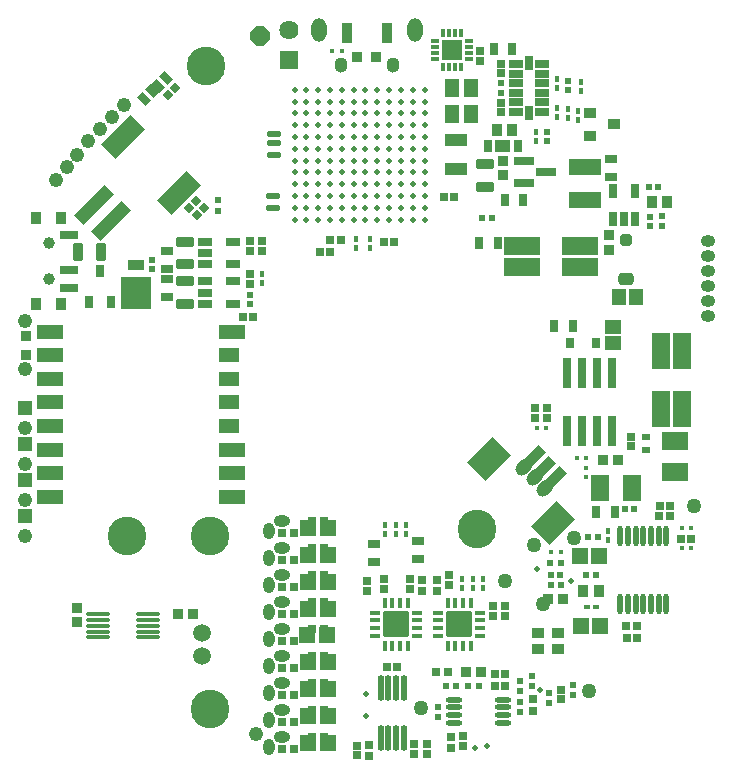
<source format=gts>
G04 Layer_Color=20142*
%FSAX24Y24*%
%MOIN*%
G70*
G01*
G75*
%ADD10O,0.0500X0.0200*%
%ADD11R,0.0295X0.0276*%
%ADD13R,0.0217X0.0217*%
%ADD14R,0.0236X0.0217*%
%ADD15C,0.0500*%
%ADD18R,0.0177X0.0197*%
%ADD20C,0.0200*%
%ADD24R,0.0177X0.0177*%
%ADD25R,0.0177X0.0177*%
%ADD27R,0.0532X0.0571*%
%ADD28R,0.0220X0.0205*%
%ADD29R,0.0217X0.0236*%
%ADD30R,0.0283X0.0299*%
%ADD33R,0.0299X0.0283*%
%ADD41R,0.0197X0.0177*%
%ADD44R,0.0197X0.0217*%
%ADD49C,0.0197*%
%ADD64R,0.0217X0.0197*%
%ADD76R,0.0709X0.0709*%
%ADD77R,0.0118X0.0297*%
%ADD78R,0.0297X0.0118*%
%ADD88R,0.0276X0.0256*%
G04:AMPARAMS|DCode=151|XSize=86.6mil|YSize=122mil|CornerRadius=0mil|HoleSize=0mil|Usage=FLASHONLY|Rotation=315.000|XOffset=0mil|YOffset=0mil|HoleType=Round|Shape=Rectangle|*
%AMROTATEDRECTD151*
4,1,4,-0.0738,-0.0125,0.0125,0.0738,0.0738,0.0125,-0.0125,-0.0738,-0.0738,-0.0125,0.0*
%
%ADD151ROTATEDRECTD151*%

%ADD152R,0.0335X0.0375*%
%ADD153O,0.0217X0.0867*%
%ADD154O,0.0572X0.0178*%
%ADD155R,0.0375X0.0414*%
%ADD156O,0.0178X0.0709*%
%ADD157R,0.0296X0.0237*%
%ADD158R,0.0276X0.0253*%
%ADD159R,0.0599X0.0879*%
%ADD160R,0.0253X0.0276*%
%ADD161R,0.0308X0.0292*%
%ADD162R,0.0292X0.0308*%
%ADD163R,0.0296X0.0276*%
%ADD164R,0.0400X0.0280*%
G04:AMPARAMS|DCode=165|XSize=15.8mil|YSize=35.5mil|CornerRadius=3.5mil|HoleSize=0mil|Usage=FLASHONLY|Rotation=90.000|XOffset=0mil|YOffset=0mil|HoleType=Round|Shape=RoundedRectangle|*
%AMROUNDEDRECTD165*
21,1,0.0158,0.0285,0,0,90.0*
21,1,0.0089,0.0355,0,0,90.0*
1,1,0.0070,0.0143,0.0044*
1,1,0.0070,0.0143,-0.0044*
1,1,0.0070,-0.0143,-0.0044*
1,1,0.0070,-0.0143,0.0044*
%
%ADD165ROUNDEDRECTD165*%
G04:AMPARAMS|DCode=166|XSize=15.8mil|YSize=35.5mil|CornerRadius=3.5mil|HoleSize=0mil|Usage=FLASHONLY|Rotation=0.000|XOffset=0mil|YOffset=0mil|HoleType=Round|Shape=RoundedRectangle|*
%AMROUNDEDRECTD166*
21,1,0.0158,0.0285,0,0,0.0*
21,1,0.0089,0.0355,0,0,0.0*
1,1,0.0070,0.0044,-0.0143*
1,1,0.0070,-0.0044,-0.0143*
1,1,0.0070,-0.0044,0.0143*
1,1,0.0070,0.0044,0.0143*
%
%ADD166ROUNDEDRECTD166*%
G04:AMPARAMS|DCode=167|XSize=86.7mil|YSize=86.7mil|CornerRadius=2.4mil|HoleSize=0mil|Usage=FLASHONLY|Rotation=0.000|XOffset=0mil|YOffset=0mil|HoleType=Round|Shape=RoundedRectangle|*
%AMROUNDEDRECTD167*
21,1,0.0867,0.0818,0,0,0.0*
21,1,0.0818,0.0867,0,0,0.0*
1,1,0.0048,0.0409,-0.0409*
1,1,0.0048,-0.0409,-0.0409*
1,1,0.0048,-0.0409,0.0409*
1,1,0.0048,0.0409,0.0409*
%
%ADD167ROUNDEDRECTD167*%
%ADD168R,0.0394X0.0375*%
%ADD169R,0.0217X0.0217*%
%ADD170R,0.0280X0.0400*%
%ADD171R,0.0394X0.0355*%
%ADD172R,0.0237X0.0237*%
%ADD173R,0.0375X0.0394*%
%ADD174R,0.0670X0.0276*%
%ADD175R,0.1103X0.0552*%
G04:AMPARAMS|DCode=176|XSize=59.1mil|YSize=31.6mil|CornerRadius=4.8mil|HoleSize=0mil|Usage=FLASHONLY|Rotation=90.000|XOffset=0mil|YOffset=0mil|HoleType=Round|Shape=RoundedRectangle|*
%AMROUNDEDRECTD176*
21,1,0.0591,0.0220,0,0,90.0*
21,1,0.0496,0.0316,0,0,90.0*
1,1,0.0095,0.0110,0.0248*
1,1,0.0095,0.0110,-0.0248*
1,1,0.0095,-0.0110,-0.0248*
1,1,0.0095,-0.0110,0.0248*
%
%ADD176ROUNDEDRECTD176*%
%ADD177R,0.0473X0.0296*%
G04:AMPARAMS|DCode=178|XSize=59.1mil|YSize=31.6mil|CornerRadius=4.8mil|HoleSize=0mil|Usage=FLASHONLY|Rotation=180.000|XOffset=0mil|YOffset=0mil|HoleType=Round|Shape=RoundedRectangle|*
%AMROUNDEDRECTD178*
21,1,0.0591,0.0220,0,0,180.0*
21,1,0.0496,0.0316,0,0,180.0*
1,1,0.0095,-0.0248,0.0110*
1,1,0.0095,0.0248,0.0110*
1,1,0.0095,0.0248,-0.0110*
1,1,0.0095,-0.0248,-0.0110*
%
%ADD178ROUNDEDRECTD178*%
%ADD179R,0.0540X0.0340*%
%ADD180R,0.1040X0.1091*%
%ADD181R,0.0316X0.0394*%
G04:AMPARAMS|DCode=182|XSize=27.6mil|YSize=25.3mil|CornerRadius=0mil|HoleSize=0mil|Usage=FLASHONLY|Rotation=315.000|XOffset=0mil|YOffset=0mil|HoleType=Round|Shape=Rectangle|*
%AMROTATEDRECTD182*
4,1,4,-0.0187,0.0008,-0.0008,0.0187,0.0187,-0.0008,0.0008,-0.0187,-0.0187,0.0008,0.0*
%
%ADD182ROTATEDRECTD182*%

G04:AMPARAMS|DCode=183|XSize=28mil|YSize=40mil|CornerRadius=0mil|HoleSize=0mil|Usage=FLASHONLY|Rotation=225.000|XOffset=0mil|YOffset=0mil|HoleType=Round|Shape=Rectangle|*
%AMROTATEDRECTD183*
4,1,4,-0.0042,0.0240,0.0240,-0.0042,0.0042,-0.0240,-0.0240,0.0042,-0.0042,0.0240,0.0*
%
%ADD183ROTATEDRECTD183*%

%ADD184R,0.0487X0.0253*%
%ADD185R,0.0253X0.0487*%
%ADD186R,0.1221X0.0591*%
%ADD187R,0.0375X0.0335*%
G04:AMPARAMS|DCode=188|XSize=39.8mil|YSize=52mil|CornerRadius=11mil|HoleSize=0mil|Usage=FLASHONLY|Rotation=270.000|XOffset=0mil|YOffset=0mil|HoleType=Round|Shape=RoundedRectangle|*
%AMROUNDEDRECTD188*
21,1,0.0398,0.0301,0,0,270.0*
21,1,0.0179,0.0520,0,0,270.0*
1,1,0.0219,-0.0151,-0.0090*
1,1,0.0219,-0.0151,0.0090*
1,1,0.0219,0.0151,0.0090*
1,1,0.0219,0.0151,-0.0090*
%
%ADD188ROUNDEDRECTD188*%
G04:AMPARAMS|DCode=189|XSize=39.8mil|YSize=39mil|CornerRadius=10.8mil|HoleSize=0mil|Usage=FLASHONLY|Rotation=270.000|XOffset=0mil|YOffset=0mil|HoleType=Round|Shape=RoundedRectangle|*
%AMROUNDEDRECTD189*
21,1,0.0398,0.0175,0,0,270.0*
21,1,0.0183,0.0390,0,0,270.0*
1,1,0.0215,-0.0088,-0.0092*
1,1,0.0215,-0.0088,0.0092*
1,1,0.0215,0.0088,0.0092*
1,1,0.0215,0.0088,-0.0092*
%
%ADD189ROUNDEDRECTD189*%
%ADD190R,0.0276X0.0473*%
%ADD191R,0.0355X0.0434*%
%ADD192R,0.0631X0.0316*%
%ADD193R,0.0316X0.1024*%
%ADD194R,0.0288X0.0367*%
%ADD195R,0.0879X0.0599*%
%ADD196R,0.0591X0.1221*%
%ADD197R,0.0572X0.0493*%
%ADD198R,0.0473X0.0572*%
%ADD199R,0.0749X0.0434*%
%ADD200R,0.0512X0.0591*%
%ADD201R,0.0355X0.0355*%
%ADD202R,0.0355X0.0709*%
%ADD203R,0.0355X0.0355*%
G04:AMPARAMS|DCode=204|XSize=137.9mil|YSize=67mil|CornerRadius=0mil|HoleSize=0mil|Usage=FLASHONLY|Rotation=45.000|XOffset=0mil|YOffset=0mil|HoleType=Round|Shape=Rectangle|*
%AMROTATEDRECTD204*
4,1,4,-0.0251,-0.0724,-0.0724,-0.0251,0.0251,0.0724,0.0724,0.0251,-0.0251,-0.0724,0.0*
%
%ADD204ROTATEDRECTD204*%

G04:AMPARAMS|DCode=205|XSize=44mil|YSize=141.8mil|CornerRadius=0mil|HoleSize=0mil|Usage=FLASHONLY|Rotation=315.000|XOffset=0mil|YOffset=0mil|HoleType=Round|Shape=Rectangle|*
%AMROTATEDRECTD205*
4,1,4,-0.0657,-0.0346,0.0346,0.0657,0.0657,0.0346,-0.0346,-0.0657,-0.0657,-0.0346,0.0*
%
%ADD205ROTATEDRECTD205*%

%ADD206R,0.0906X0.0473*%
%ADD207R,0.0690X0.0473*%
%ADD208O,0.0807X0.0138*%
G04:AMPARAMS|DCode=209|XSize=35.5mil|YSize=67mil|CornerRadius=0mil|HoleSize=0mil|Usage=FLASHONLY|Rotation=315.000|XOffset=0mil|YOffset=0mil|HoleType=Round|Shape=Rectangle|*
%AMROTATEDRECTD209*
4,1,4,-0.0362,-0.0111,0.0111,0.0362,0.0362,0.0111,-0.0111,-0.0362,-0.0362,-0.0111,0.0*
%
%ADD209ROTATEDRECTD209*%

%ADD210C,0.1290*%
%ADD211O,0.0490X0.0390*%
G04:AMPARAMS|DCode=212|XSize=44mil|YSize=64mil|CornerRadius=0mil|HoleSize=0mil|Usage=FLASHONLY|Rotation=135.000|XOffset=0mil|YOffset=0mil|HoleType=Round|Shape=Round|*
%AMOVALD212*
21,1,0.0200,0.0440,0.0000,0.0000,225.0*
1,1,0.0440,0.0071,0.0071*
1,1,0.0440,-0.0071,-0.0071*
%
%ADD212OVALD212*%

%ADD213C,0.0490*%
%ADD214C,0.0394*%
%ADD215R,0.0640X0.0640*%
%ADD216C,0.0640*%
%ADD217R,0.0490X0.0490*%
%ADD218P,0.0693X8X22.5*%
%ADD219C,0.0590*%
%ADD220O,0.0540X0.0390*%
%ADD221O,0.0390X0.0540*%
%ADD222O,0.0433X0.0512*%
%ADD223O,0.0512X0.0788*%
D10*
X026437Y038062D02*
D03*
X026413Y035996D02*
D03*
Y035603D02*
D03*
X026433Y037768D02*
D03*
Y037374D02*
D03*
D11*
X026715Y024778D02*
D03*
X027089D02*
D03*
X026715Y023878D02*
D03*
X027089D02*
D03*
X026715Y022978D02*
D03*
X027089D02*
D03*
X026715Y022078D02*
D03*
X027089D02*
D03*
X026715Y021178D02*
D03*
X027089D02*
D03*
X026715Y020278D02*
D03*
X027089D02*
D03*
X026715Y019378D02*
D03*
X027089D02*
D03*
X026715Y018478D02*
D03*
X027089D02*
D03*
X026715Y017578D02*
D03*
X027089D02*
D03*
X028291Y034528D02*
D03*
X028665D02*
D03*
D13*
X032900Y019678D02*
D03*
X033255D02*
D03*
X036005Y023778D02*
D03*
X035650D02*
D03*
D14*
X032160Y019678D02*
D03*
X032495D02*
D03*
X037248Y024630D02*
D03*
X036913D02*
D03*
X037182Y023351D02*
D03*
X036848D02*
D03*
X035995Y023028D02*
D03*
X035660D02*
D03*
D15*
X031337Y018932D02*
D03*
X036437Y024612D02*
D03*
X035387Y022412D02*
D03*
X035087Y024362D02*
D03*
X036937Y019512D02*
D03*
X040437Y025662D02*
D03*
X034137Y023162D02*
D03*
D18*
X037578Y024530D02*
D03*
Y024825D02*
D03*
X030848Y024720D02*
D03*
Y025015D02*
D03*
X030498Y024720D02*
D03*
Y025015D02*
D03*
X030148Y024720D02*
D03*
Y025015D02*
D03*
X032718Y022920D02*
D03*
Y023215D02*
D03*
X033068Y022920D02*
D03*
Y023215D02*
D03*
X033418Y022920D02*
D03*
Y023215D02*
D03*
X035874Y038935D02*
D03*
Y038639D02*
D03*
X036224Y038885D02*
D03*
Y038589D02*
D03*
X036574Y038539D02*
D03*
Y038835D02*
D03*
X036674Y039785D02*
D03*
Y039489D02*
D03*
X035874Y039885D02*
D03*
Y039589D02*
D03*
X035174Y038137D02*
D03*
Y037842D02*
D03*
X026039Y033388D02*
D03*
Y033093D02*
D03*
X029628Y034575D02*
D03*
Y034280D02*
D03*
X029178Y034575D02*
D03*
Y034280D02*
D03*
D20*
X036337Y023162D02*
D03*
X035187Y023562D02*
D03*
X035305Y019531D02*
D03*
X033537Y017662D02*
D03*
X033137Y017612D02*
D03*
X029487Y018662D02*
D03*
Y019412D02*
D03*
D24*
X036520Y027278D02*
D03*
X036835D02*
D03*
X035670Y024128D02*
D03*
X035985D02*
D03*
X040020Y024258D02*
D03*
X040335D02*
D03*
X035187Y028263D02*
D03*
X035502D02*
D03*
X028370Y040828D02*
D03*
X028685D02*
D03*
X040335Y024928D02*
D03*
X040020D02*
D03*
D25*
X036824Y026630D02*
D03*
Y026944D02*
D03*
D27*
X037278Y024008D02*
D03*
X036628D02*
D03*
X036653Y021658D02*
D03*
X037302D02*
D03*
X027578Y024928D02*
D03*
X028227D02*
D03*
X027578Y024028D02*
D03*
X028227D02*
D03*
X027578Y023128D02*
D03*
X028227D02*
D03*
X027578Y022228D02*
D03*
X028227D02*
D03*
X027550Y021355D02*
D03*
X028200D02*
D03*
X027580Y020455D02*
D03*
X028230D02*
D03*
X027580Y019555D02*
D03*
X028230D02*
D03*
X027580Y018655D02*
D03*
X028230D02*
D03*
X027580Y017755D02*
D03*
X028230D02*
D03*
D28*
X035981Y023378D02*
D03*
X035674D02*
D03*
D29*
X035588Y019435D02*
D03*
Y019100D02*
D03*
X036388Y019685D02*
D03*
Y019350D02*
D03*
X035028Y019995D02*
D03*
Y019660D02*
D03*
X034628Y018810D02*
D03*
Y019145D02*
D03*
Y019510D02*
D03*
Y019845D02*
D03*
X031907Y018624D02*
D03*
Y018959D02*
D03*
X039378Y035325D02*
D03*
Y034990D02*
D03*
D30*
X035078Y019220D02*
D03*
Y018835D02*
D03*
D33*
X032228Y020128D02*
D03*
X031842D02*
D03*
D41*
X036880Y022308D02*
D03*
X037175D02*
D03*
D44*
X036224Y039539D02*
D03*
Y039835D02*
D03*
X035524Y038135D02*
D03*
Y037839D02*
D03*
X025645Y032404D02*
D03*
Y032699D02*
D03*
X022378Y033875D02*
D03*
Y033580D02*
D03*
X038978Y035010D02*
D03*
Y035305D02*
D03*
D49*
X027122Y035209D02*
D03*
Y035603D02*
D03*
Y035996D02*
D03*
Y036390D02*
D03*
Y036784D02*
D03*
Y037178D02*
D03*
Y037571D02*
D03*
Y037965D02*
D03*
Y038359D02*
D03*
Y038752D02*
D03*
Y039146D02*
D03*
Y039540D02*
D03*
X027515Y035209D02*
D03*
Y035603D02*
D03*
Y035996D02*
D03*
Y036390D02*
D03*
Y036784D02*
D03*
Y037178D02*
D03*
Y037571D02*
D03*
Y037965D02*
D03*
Y038359D02*
D03*
Y038752D02*
D03*
Y039146D02*
D03*
Y039540D02*
D03*
X027909Y035209D02*
D03*
Y035603D02*
D03*
Y035996D02*
D03*
Y036390D02*
D03*
Y036784D02*
D03*
Y037178D02*
D03*
Y037571D02*
D03*
Y037965D02*
D03*
Y038359D02*
D03*
Y038752D02*
D03*
Y039146D02*
D03*
Y039540D02*
D03*
X028303Y035209D02*
D03*
Y035603D02*
D03*
Y035996D02*
D03*
Y036390D02*
D03*
Y036784D02*
D03*
Y037178D02*
D03*
Y037571D02*
D03*
Y037965D02*
D03*
Y038359D02*
D03*
Y038752D02*
D03*
Y039146D02*
D03*
Y039540D02*
D03*
X028696Y035209D02*
D03*
Y035603D02*
D03*
Y035996D02*
D03*
Y036390D02*
D03*
Y036784D02*
D03*
Y037178D02*
D03*
Y037571D02*
D03*
Y037965D02*
D03*
Y038359D02*
D03*
Y038752D02*
D03*
Y039146D02*
D03*
Y039540D02*
D03*
X029090Y035209D02*
D03*
Y035603D02*
D03*
Y035996D02*
D03*
Y036390D02*
D03*
Y036784D02*
D03*
Y037178D02*
D03*
Y037571D02*
D03*
Y037965D02*
D03*
Y038359D02*
D03*
Y038752D02*
D03*
Y039146D02*
D03*
Y039540D02*
D03*
X029484Y035209D02*
D03*
Y035603D02*
D03*
Y035996D02*
D03*
Y036390D02*
D03*
Y036784D02*
D03*
Y037178D02*
D03*
Y037571D02*
D03*
Y037965D02*
D03*
Y038359D02*
D03*
Y038752D02*
D03*
Y039146D02*
D03*
Y039540D02*
D03*
X029878Y035209D02*
D03*
Y035603D02*
D03*
Y035996D02*
D03*
Y036390D02*
D03*
Y036784D02*
D03*
Y037178D02*
D03*
Y037571D02*
D03*
Y037965D02*
D03*
Y038359D02*
D03*
Y038752D02*
D03*
Y039146D02*
D03*
Y039540D02*
D03*
X030271Y035209D02*
D03*
Y035603D02*
D03*
Y035996D02*
D03*
Y036390D02*
D03*
Y036784D02*
D03*
Y037178D02*
D03*
Y037571D02*
D03*
Y037965D02*
D03*
Y038359D02*
D03*
Y038752D02*
D03*
Y039146D02*
D03*
Y039540D02*
D03*
X030665Y035209D02*
D03*
Y035603D02*
D03*
Y035996D02*
D03*
Y036390D02*
D03*
Y036784D02*
D03*
Y037178D02*
D03*
Y037571D02*
D03*
Y037965D02*
D03*
Y038359D02*
D03*
Y038752D02*
D03*
Y039146D02*
D03*
Y039540D02*
D03*
X031059Y035209D02*
D03*
Y035603D02*
D03*
Y035996D02*
D03*
Y036390D02*
D03*
Y036784D02*
D03*
Y037178D02*
D03*
Y037571D02*
D03*
Y037965D02*
D03*
Y038359D02*
D03*
Y038752D02*
D03*
Y039146D02*
D03*
Y039540D02*
D03*
X031452Y035209D02*
D03*
Y035603D02*
D03*
Y035996D02*
D03*
Y036390D02*
D03*
Y036784D02*
D03*
Y037178D02*
D03*
Y037571D02*
D03*
Y037965D02*
D03*
Y038359D02*
D03*
Y038752D02*
D03*
Y039146D02*
D03*
Y039540D02*
D03*
D64*
X039235Y036312D02*
D03*
X038939D02*
D03*
D76*
X032358Y040858D02*
D03*
D77*
X032653Y040296D02*
D03*
X032456D02*
D03*
X032259D02*
D03*
X032062D02*
D03*
Y041420D02*
D03*
X032259D02*
D03*
X032456D02*
D03*
X032653D02*
D03*
D78*
X031796Y040562D02*
D03*
Y040759D02*
D03*
Y040956D02*
D03*
Y041153D02*
D03*
X032920D02*
D03*
Y040956D02*
D03*
Y040759D02*
D03*
Y040562D02*
D03*
D88*
X027715Y024278D02*
D03*
X028089D02*
D03*
X027715Y023378D02*
D03*
X028089D02*
D03*
X027715Y022478D02*
D03*
X028089D02*
D03*
X027715Y021578D02*
D03*
X028089D02*
D03*
X027715Y020678D02*
D03*
X028089D02*
D03*
X027715Y019778D02*
D03*
X028089D02*
D03*
X027715Y018878D02*
D03*
X028089D02*
D03*
X027715Y017978D02*
D03*
X028089D02*
D03*
X027715Y025178D02*
D03*
X028089D02*
D03*
D151*
X035730Y025110D02*
D03*
X033614Y027226D02*
D03*
D152*
X033324Y020128D02*
D03*
X032831D02*
D03*
X037398Y027213D02*
D03*
X037890D02*
D03*
X035582Y022578D02*
D03*
X036074D02*
D03*
X023242Y022078D02*
D03*
X023734D02*
D03*
D153*
X029988Y017940D02*
D03*
X030244D02*
D03*
X030500D02*
D03*
X030756D02*
D03*
X029988Y019613D02*
D03*
X030244D02*
D03*
X030500D02*
D03*
X030756D02*
D03*
D154*
X032442Y019206D02*
D03*
Y018950D02*
D03*
Y018694D02*
D03*
Y018438D02*
D03*
X034076Y019206D02*
D03*
Y018950D02*
D03*
Y018694D02*
D03*
Y018438D02*
D03*
D155*
X037266Y022835D02*
D03*
X036734D02*
D03*
D156*
X039518Y024657D02*
D03*
X039262D02*
D03*
X039006D02*
D03*
X038750D02*
D03*
X038494D02*
D03*
X038238D02*
D03*
X037982D02*
D03*
X039518Y022413D02*
D03*
X039262D02*
D03*
X039006D02*
D03*
X038750D02*
D03*
X038494D02*
D03*
X038238D02*
D03*
X037982D02*
D03*
D157*
X038844Y027546D02*
D03*
Y027979D02*
D03*
D158*
X038344Y027974D02*
D03*
Y027651D02*
D03*
X035988Y019540D02*
D03*
Y019218D02*
D03*
X032728Y018000D02*
D03*
Y017678D02*
D03*
X031519Y017719D02*
D03*
Y017396D02*
D03*
X029199Y017671D02*
D03*
Y017349D02*
D03*
X029528Y022835D02*
D03*
Y023158D02*
D03*
X030958Y022896D02*
D03*
Y023219D02*
D03*
X032258Y023046D02*
D03*
Y023369D02*
D03*
X034149Y021996D02*
D03*
Y022319D02*
D03*
X034015Y040407D02*
D03*
Y040085D02*
D03*
Y038785D02*
D03*
Y039107D02*
D03*
X026039Y034162D02*
D03*
Y034485D02*
D03*
X025645D02*
D03*
Y034162D02*
D03*
Y033402D02*
D03*
Y033079D02*
D03*
X033302Y040503D02*
D03*
Y040826D02*
D03*
X035544Y028601D02*
D03*
Y028924D02*
D03*
X035144Y028601D02*
D03*
Y028924D02*
D03*
D159*
X038376Y026263D02*
D03*
X037313D02*
D03*
D160*
X034139Y020078D02*
D03*
X033816D02*
D03*
X038539Y021278D02*
D03*
X038216D02*
D03*
X025416Y031948D02*
D03*
X025739D02*
D03*
X030439Y034478D02*
D03*
X030116D02*
D03*
X027980Y034146D02*
D03*
X028303D02*
D03*
X032116Y035978D02*
D03*
X032439D02*
D03*
X039316Y025678D02*
D03*
X039639D02*
D03*
X040339Y024578D02*
D03*
X040016D02*
D03*
D161*
X034132Y019672D02*
D03*
X033785D02*
D03*
X038528Y021678D02*
D03*
X038181D02*
D03*
X039281Y025328D02*
D03*
X039628D02*
D03*
D162*
X032328Y017951D02*
D03*
Y017604D02*
D03*
X031106Y017731D02*
D03*
Y017384D02*
D03*
X029612Y017683D02*
D03*
Y017337D02*
D03*
X030108Y022884D02*
D03*
Y023231D02*
D03*
X031358Y022834D02*
D03*
Y023181D02*
D03*
X031858Y022834D02*
D03*
Y023181D02*
D03*
X033736Y021985D02*
D03*
Y022331D02*
D03*
D163*
X030210Y020308D02*
D03*
X030545D02*
D03*
D164*
X029767Y023792D02*
D03*
Y024412D02*
D03*
X031237Y023892D02*
D03*
Y024512D02*
D03*
X022878Y034178D02*
D03*
Y033558D02*
D03*
Y032618D02*
D03*
Y033238D02*
D03*
X037674Y036627D02*
D03*
Y037247D02*
D03*
D165*
X031900Y022106D02*
D03*
Y021850D02*
D03*
Y021594D02*
D03*
Y021338D02*
D03*
X033317D02*
D03*
Y021594D02*
D03*
Y021850D02*
D03*
Y022106D02*
D03*
X029800D02*
D03*
Y021850D02*
D03*
Y021594D02*
D03*
Y021338D02*
D03*
X031217D02*
D03*
Y021594D02*
D03*
Y021850D02*
D03*
Y022106D02*
D03*
D166*
X032225Y021013D02*
D03*
X032481D02*
D03*
X032737D02*
D03*
X032993D02*
D03*
Y022431D02*
D03*
X032737D02*
D03*
X032481D02*
D03*
X032225D02*
D03*
X030125Y021013D02*
D03*
X030381D02*
D03*
X030637D02*
D03*
X030893D02*
D03*
Y022431D02*
D03*
X030637D02*
D03*
X030381D02*
D03*
X030125D02*
D03*
D167*
X032609Y021722D02*
D03*
X030509D02*
D03*
D168*
X035237Y021418D02*
D03*
Y020906D02*
D03*
X035887Y021418D02*
D03*
Y020906D02*
D03*
D169*
X038120Y025578D02*
D03*
X038435D02*
D03*
X033380Y035262D02*
D03*
X033694D02*
D03*
D170*
X037788Y025478D02*
D03*
X037168D02*
D03*
X034375Y040896D02*
D03*
X033755D02*
D03*
X033948Y037678D02*
D03*
X034568D02*
D03*
X034178D02*
D03*
X033558D02*
D03*
X034747Y035862D02*
D03*
X034127D02*
D03*
X033268Y034428D02*
D03*
X033888D02*
D03*
X036397Y031662D02*
D03*
X035777D02*
D03*
D171*
X036981Y038761D02*
D03*
Y038013D02*
D03*
X037768Y038387D02*
D03*
D172*
X034015Y039419D02*
D03*
Y039773D02*
D03*
X024563Y035859D02*
D03*
Y035504D02*
D03*
D173*
X034371Y038196D02*
D03*
X033859D02*
D03*
X039543Y035812D02*
D03*
X039031D02*
D03*
D174*
X034778Y037176D02*
D03*
Y036428D02*
D03*
X035486Y036802D02*
D03*
D175*
X036793Y036955D02*
D03*
Y035853D02*
D03*
D176*
X020652Y034128D02*
D03*
X019904D02*
D03*
D177*
X024128Y034468D02*
D03*
Y034094D02*
D03*
Y033720D02*
D03*
X025072D02*
D03*
Y034468D02*
D03*
X024128Y033152D02*
D03*
Y032778D02*
D03*
Y032404D02*
D03*
X025072D02*
D03*
Y033152D02*
D03*
D178*
X023478Y034476D02*
D03*
Y033728D02*
D03*
X023478Y033152D02*
D03*
Y032404D02*
D03*
X033458Y036314D02*
D03*
Y037062D02*
D03*
D179*
X021828Y033703D02*
D03*
D180*
Y032778D02*
D03*
D181*
X020628Y033487D02*
D03*
X021002Y032468D02*
D03*
X020254Y032468D02*
D03*
D182*
X022913Y039363D02*
D03*
X023142Y039592D02*
D03*
X023613Y035613D02*
D03*
X023842Y035842D02*
D03*
X024092Y035592D02*
D03*
X023863Y035363D02*
D03*
D183*
X022552Y039672D02*
D03*
X022113Y039233D02*
D03*
X022383Y039503D02*
D03*
X022821Y039941D02*
D03*
D184*
X034518Y038813D02*
D03*
Y039128D02*
D03*
Y039443D02*
D03*
Y039757D02*
D03*
Y040072D02*
D03*
Y040387D02*
D03*
X035382D02*
D03*
Y040072D02*
D03*
Y039757D02*
D03*
Y039443D02*
D03*
Y039128D02*
D03*
Y038813D02*
D03*
D185*
X034950Y040426D02*
D03*
Y038774D02*
D03*
D186*
X036641Y034330D02*
D03*
Y033621D02*
D03*
X034712D02*
D03*
Y034330D02*
D03*
D187*
X034078Y037174D02*
D03*
Y036681D02*
D03*
X037593Y034704D02*
D03*
Y034212D02*
D03*
X019878Y021781D02*
D03*
Y022274D02*
D03*
D188*
X038174Y033246D02*
D03*
D189*
Y034537D02*
D03*
D190*
X037719Y036177D02*
D03*
X038467D02*
D03*
Y035232D02*
D03*
X038093D02*
D03*
X037719D02*
D03*
D191*
X018514Y035265D02*
D03*
X019341D02*
D03*
Y032391D02*
D03*
X018514D02*
D03*
D192*
X019617Y034713D02*
D03*
Y033532D02*
D03*
Y032942D02*
D03*
D193*
X036194Y028163D02*
D03*
X036694D02*
D03*
X037194D02*
D03*
X037694D02*
D03*
X036194Y030093D02*
D03*
X036694D02*
D03*
X037194D02*
D03*
X037694D02*
D03*
D194*
X036305Y031113D02*
D03*
X037183D02*
D03*
D195*
X039794Y026781D02*
D03*
Y027844D02*
D03*
D196*
X039340Y030827D02*
D03*
X040048D02*
D03*
Y028898D02*
D03*
X039340D02*
D03*
D197*
X037744Y031087D02*
D03*
Y031638D02*
D03*
D198*
X037949Y032637D02*
D03*
X038500D02*
D03*
D199*
X032490Y037870D02*
D03*
Y036885D02*
D03*
D200*
X032375Y038744D02*
D03*
X033005D02*
D03*
Y039611D02*
D03*
X032375D02*
D03*
D201*
X029843Y040628D02*
D03*
X029213D02*
D03*
D202*
X028858Y041428D02*
D03*
X030197D02*
D03*
D203*
X018178Y030713D02*
D03*
Y031343D02*
D03*
D204*
X023261Y036095D02*
D03*
X021395Y037961D02*
D03*
D205*
X021006Y035149D02*
D03*
X020449Y035706D02*
D03*
D206*
X025041Y025965D02*
D03*
X025041Y026753D02*
D03*
X025041Y027540D02*
D03*
X025041Y031477D02*
D03*
X018978D02*
D03*
Y030690D02*
D03*
X018978Y029902D02*
D03*
Y029115D02*
D03*
X018978Y028328D02*
D03*
X018978Y027540D02*
D03*
X018978Y026753D02*
D03*
Y025965D02*
D03*
D207*
X024935Y028328D02*
D03*
Y029115D02*
D03*
X024935Y029902D02*
D03*
X024935Y030690D02*
D03*
D208*
X020573Y022069D02*
D03*
Y021872D02*
D03*
Y021675D02*
D03*
Y021478D02*
D03*
Y021281D02*
D03*
X022227Y022069D02*
D03*
Y021872D02*
D03*
Y021675D02*
D03*
Y021478D02*
D03*
Y021281D02*
D03*
D209*
X035828Y026628D02*
D03*
X035132Y027324D02*
D03*
X035480Y026976D02*
D03*
D210*
X024169Y040327D02*
D03*
X033187Y024912D02*
D03*
X024287Y018912D02*
D03*
X021537Y024662D02*
D03*
X024287D02*
D03*
D211*
X040887Y034012D02*
D03*
Y034512D02*
D03*
Y032012D02*
D03*
Y032512D02*
D03*
Y033012D02*
D03*
Y033512D02*
D03*
D212*
X035478Y026278D02*
D03*
X035128Y026628D02*
D03*
X034778Y026978D02*
D03*
D213*
X019528Y036978D02*
D03*
X018128Y031828D02*
D03*
Y030228D02*
D03*
Y024678D02*
D03*
Y025878D02*
D03*
Y027078D02*
D03*
Y028278D02*
D03*
X025828Y018078D02*
D03*
X021028Y038628D02*
D03*
X021428Y039028D02*
D03*
X020628Y038228D02*
D03*
X020228Y037828D02*
D03*
X019878Y037378D02*
D03*
X019178Y036528D02*
D03*
D214*
X018928Y033237D02*
D03*
Y034418D02*
D03*
D215*
X026928Y040528D02*
D03*
D216*
X026928Y041528D02*
D03*
D217*
X018128Y025328D02*
D03*
Y026528D02*
D03*
Y027728D02*
D03*
Y028928D02*
D03*
D218*
X025978Y041328D02*
D03*
D219*
X024028Y020678D02*
D03*
Y021428D02*
D03*
D220*
X026702Y024278D02*
D03*
Y022478D02*
D03*
Y021578D02*
D03*
Y019778D02*
D03*
Y017978D02*
D03*
X026702Y023378D02*
D03*
X026702Y018878D02*
D03*
Y020678D02*
D03*
Y025178D02*
D03*
D221*
X026252Y017628D02*
D03*
Y023928D02*
D03*
Y023028D02*
D03*
Y022128D02*
D03*
Y021228D02*
D03*
Y020328D02*
D03*
Y019428D02*
D03*
Y018528D02*
D03*
Y024828D02*
D03*
D222*
X030404Y040354D02*
D03*
X028652D02*
D03*
D223*
X031132Y041536D02*
D03*
X027923D02*
D03*
M02*

</source>
